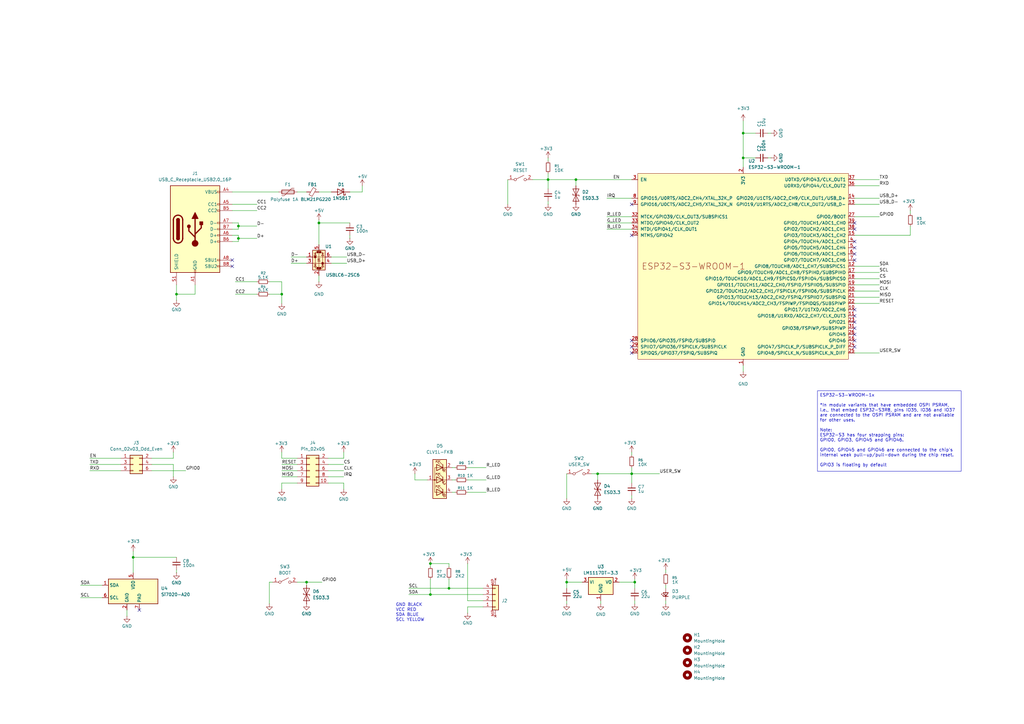
<source format=kicad_sch>
(kicad_sch (version 20250114) (generator "eeschema") (generator_version "9.0")
  (paper "A3")
  (title_block (title "ESP32-S3 Testboard") (date "2026-01-04") (rev "1.0") (company "Ashen Chathuranga"))
  (lib_symbols
    (symbol "Connector:USB_C_Receptacle_USB2.0_16P" (pin_names (offset 1.016))
      (property "Reference" "J" (at 0 22.225 0))
      (property "Value" "USB_C_Receptacle_USB2.0_16P" (at 0 19.685 0))
      (symbol "USB_C_Receptacle_USB2.0_16P_1_1"
        (pin passive line (at -7.62 -22.86 90) (length 5.08) (name "SHIELD") (number "S1"))
        (pin passive line (at 0 -22.86 90) (length 5.08) (name "GND") (number "A1"))
        (pin passive line (at 0 -22.86 90) (length 5.08) (hide yes) (name "GND") (number "A12"))
        (pin passive line (at 0 -22.86 90) (length 5.08) (hide yes) (name "GND") (number "B1"))
        (pin passive line (at 0 -22.86 90) (length 5.08) (hide yes) (name "GND") (number "B12"))
        (pin passive line (at 15.24 15.24 180) (length 5.08) (name "VBUS") (number "A4"))
        (pin passive line (at 15.24 15.24 180) (length 5.08) (hide yes) (name "VBUS") (number "A9"))
        (pin passive line (at 15.24 15.24 180) (length 5.08) (hide yes) (name "VBUS") (number "B4"))
        (pin passive line (at 15.24 15.24 180) (length 5.08) (hide yes) (name "VBUS") (number "B9"))
        (pin bidirectional line (at 15.24 10.16 180) (length 5.08) (name "CC1") (number "A5"))
        (pin bidirectional line (at 15.24 7.62 180) (length 5.08) (name "CC2") (number "B5"))
        (pin bidirectional line (at 15.24 2.54 180) (length 5.08) (name "D-") (number "A7"))
        (pin bidirectional line (at 15.24 0 180) (length 5.08) (name "D-") (number "B7"))
        (pin bidirectional line (at 15.24 -2.54 180) (length 5.08) (name "D+") (number "A6"))
        (pin bidirectional line (at 15.24 -5.08 180) (length 5.08) (name "D+") (number "B6"))
        (pin bidirectional line (at 15.24 -12.7 180) (length 5.08) (name "SBU1") (number "A8"))
        (pin bidirectional line (at 15.24 -15.24 180) (length 5.08) (name "SBU2") (number "B8"))
      )
    )
    (symbol "Connector_Generic:Conn_02x03_Odd_Even" (pin_names (offset 1.016) (hide yes))
      (property "Reference" "J" (at 1.27 5.08 0))
      (property "Value" "Conn_02x03_Odd_Even" (at 1.27 -5.08 0))
      (symbol "Conn_02x03_Odd_Even_1_1"
        (pin passive line (at -5.08 2.54 0) (length 3.81) (name "Pin_1") (number "1"))
        (pin passive line (at -5.08 0 0) (length 3.81) (name "Pin_3") (number "3"))
        (pin passive line (at -5.08 -2.54 0) (length 3.81) (name "Pin_5") (number "5"))
        (pin passive line (at 7.62 2.54 180) (length 3.81) (name "Pin_2") (number "2"))
        (pin passive line (at 7.62 0 180) (length 3.81) (name "Pin_4") (number "4"))
        (pin passive line (at 7.62 -2.54 180) (length 3.81) (name "Pin_6") (number "6"))
      )
    )
    (symbol "Connector_Generic:Conn_02x05_Odd_Even" (pin_names (offset 1.016) (hide yes))
      (property "Reference" "J" (at 1.27 7.62 0))
      (property "Value" "Conn_02x05_Odd_Even" (at 1.27 -7.62 0))
      (symbol "Conn_02x05_Odd_Even_1_1"
        (pin passive line (at -5.08 5.08 0) (length 3.81) (name "Pin_1") (number "1"))
        (pin passive line (at -5.08 2.54 0) (length 3.81) (name "Pin_3") (number "3"))
        (pin passive line (at -5.08 0 0) (length 3.81) (name "Pin_5") (number "5"))
        (pin passive line (at -5.08 -2.54 0) (length 3.81) (name "Pin_7") (number "7"))
        (pin passive line (at -5.08 -5.08 0) (length 3.81) (name "Pin_9") (number "9"))
        (pin passive line (at 7.62 5.08 180) (length 3.81) (name "Pin_2") (number "2"))
        (pin passive line (at 7.62 2.54 180) (length 3.81) (name "Pin_4") (number "4"))
        (pin passive line (at 7.62 0 180) (length 3.81) (name "Pin_6") (number "6"))
        (pin passive line (at 7.62 -2.54 180) (length 3.81) (name "Pin_8") (number "8"))
        (pin passive line (at 7.62 -5.08 180) (length 3.81) (name "Pin_10") (number "10"))
      )
    )
    (symbol "Device:C_Small" (pin_numbers (hide yes)) (pin_names (offset 0.254) (hide yes))
      (property "Reference" "C" (at 0.254 1.778 0))
      (property "Value" "C_Small" (at 0.254 -2.032 0))
      (symbol "C_Small_1_1"
        (pin passive line (at 0 2.54 270) (length 2.032) (name "~") (number "1"))
        (pin passive line (at 0 -2.54 90) (length 2.032) (name "~") (number "2"))
      )
    )
    (symbol "Device:FerriteBead_Small" (pin_numbers (hide yes)) (pin_names (offset 0))
      (property "Reference" "FB" (at 1.905 1.27 0))
      (property "Value" "FerriteBead_Small" (at 1.905 -1.27 0))
      (symbol "FerriteBead_Small_1_1"
        (pin passive line (at 0 2.54 270) (length 1.27) (name "~") (number "1"))
        (pin passive line (at 0 -2.54 90) (length 1.27) (name "~") (number "2"))
      )
    )
    (symbol "Device:LED_Small" (pin_numbers (hide yes)) (pin_names (offset 0.254) (hide yes))
      (property "Reference" "D" (at -1.27 3.175 0))
      (property "Value" "LED_Small" (at -4.445 -2.54 0))
      (symbol "LED_Small_1_1"
        (pin passive line (at -2.54 0 0) (length 1.778) (name "K") (number "1"))
        (pin passive line (at 2.54 0 180) (length 1.778) (name "A") (number "2"))
      )
    )
    (symbol "Device:Polyfuse" (pin_numbers (hide yes)) (pin_names (offset 0))
      (property "Reference" "F" (at -2.54 0 90))
      (property "Value" "Polyfuse" (at 2.54 0 90))
      (symbol "Polyfuse_1_1"
        (pin passive line (at 0 3.81 270) (length 1.27) (name "~") (number "1"))
        (pin passive line (at 0 -3.81 90) (length 1.27) (name "~") (number "2"))
      )
    )
    (symbol "Device:R_Small" (pin_numbers (hide yes)) (pin_names (offset 0.254) (hide yes))
      (property "Reference" "R" (at 0 0 90))
      (property "Value" "R_Small" (at 1.778 0 90))
      (symbol "R_Small_1_1"
        (pin passive line (at 0 2.54 270) (length 0.762) (name "~") (number "1"))
        (pin passive line (at 0 -2.54 90) (length 0.762) (name "~") (number "2"))
      )
    )
    (symbol "Diode:1N5817" (pin_numbers (hide yes)) (pin_names (offset 1.016) (hide yes))
      (property "Reference" "D" (at 0 2.54 0))
      (property "Value" "1N5817" (at 0 -2.54 0))
      (symbol "1N5817_1_1"
        (pin passive line (at -3.81 0 0) (length 2.54) (name "K") (number "1"))
        (pin passive line (at 3.81 0 180) (length 2.54) (name "A") (number "2"))
      )
    )
    (symbol "Diode:ESD9B3.3ST5G" (pin_numbers (hide yes)) (pin_names (offset 1.016) (hide yes))
      (property "Reference" "D" (at 0 2.54 0))
      (property "Value" "ESD9B3.3ST5G" (at 0 -2.54 0))
      (symbol "ESD9B3.3ST5G_1_1"
        (pin passive line (at -3.81 0 0) (length 2.54) (name "A1") (number "1"))
        (pin passive line (at 3.81 0 180) (length 2.54) (name "A2") (number "2"))
      )
    )
    (symbol "Mechanical:MountingHole" (pin_names (offset 1.016)) (in_bom no)
      (property "Reference" "H" (at 0 5.08 0))
      (property "Value" "MountingHole" (at 0 3.175 0))
    )
    (symbol "PCM_Espressif:ESP32-S3-WROOM-1" (pin_names (offset 1.016))
      (property "Reference" "U" (at -43.18 43.18 0))
      (property "Value" "ESP32-S3-WROOM-1" (at -43.18 40.64 0))
      (symbol "ESP32-S3-WROOM-1_0_0"
        (text "ESP32-S3-WROOM-1" (at -20.32 0 0) (effects (font (size 2.54 2.54))))
        (pin input line (at -45.72 35.56 0) (length 2.54) (name "EN") (number "3"))
        (pin bidirectional line (at -45.72 27.94 0) (length 2.54) (name "GPIO15/U0RTS/ADC2_CH4/XTAL_32K_P") (number "8"))
        (pin bidirectional line (at -45.72 25.4 0) (length 2.54) (name "GPIO16/U0CTS/ADC2_CH5/XTAL_32K_N") (number "9"))
        (pin bidirectional line (at -45.72 20.32 0) (length 2.54) (name "MTCK/GPIO39/CLK_OUT3/SUBSPICS1") (number "32"))
        (pin bidirectional line (at -45.72 17.78 0) (length 2.54) (name "MTDO/GPIO40/CLK_OUT2") (number "33"))
        (pin bidirectional line (at -45.72 15.24 0) (length 2.54) (name "MTDI/GPIO41/CLK_OUT1") (number "34"))
        (pin bidirectional line (at -45.72 12.7 0) (length 2.54) (name "MTMS/GPIO42") (number "35"))
        (pin bidirectional line (at -45.72 -30.48 0) (length 2.54) (name "SPIIO6/GPIO35/FSPID/SUBSPID") (number "28"))
        (pin bidirectional line (at -45.72 -33.02 0) (length 2.54) (name "SPIIO7/GPIO36/FSPICLK/SUBSPICLK") (number "29"))
        (pin bidirectional line (at -45.72 -35.56 0) (length 2.54) (name "SPIDQS/GPIO37/FSPIQ/SUBSPIQ") (number "30"))
        (pin power_in line (at 0 40.64 270) (length 2.54) (name "3V3") (number "2"))
        (pin power_in line (at 0 -40.64 90) (length 2.54) (name "GND") (number "1"))
        (pin passive line (at 0 -40.64 90) (length 2.54) (hide yes) (name "GND") (number "40"))
        (pin passive line (at 0 -40.64 90) (length 2.54) (hide yes) (name "GND") (number "41"))
        (pin bidirectional line (at 45.72 35.56 180) (length 2.54) (name "U0TXD/GPIO43/CLK_OUT1") (number "37"))
        (pin bidirectional line (at 45.72 33.02 180) (length 2.54) (name "U0RXD/GPIO44/CLK_OUT2") (number "36"))
        (pin bidirectional line (at 45.72 27.94 180) (length 2.54) (name "GPIO20/U1CTS/ADC2_CH9/CLK_OUT1/USB_D+") (number "14"))
        (pin bidirectional line (at 45.72 25.4 180) (length 2.54) (name "GPIO19/U1RTS/ADC2_CH8/CLK_OUT2/USB_D-") (number "13"))
        (pin bidirectional line (at 45.72 20.32 180) (length 2.54) (name "GPIO0/BOOT") (number "27"))
        (pin bidirectional line (at 45.72 17.78 180) (length 2.54) (name "GPIO1/TOUCH1/ADC1_CH0") (number "39"))
        (pin bidirectional line (at 45.72 15.24 180) (length 2.54) (name "GPIO2/TOUCH2/ADC1_CH1") (number "38"))
        (pin bidirectional line (at 45.72 12.7 180) (length 2.54) (name "GPIO3/TOUCH3/ADC1_CH2") (number "15"))
        (pin bidirectional line (at 45.72 10.16 180) (length 2.54) (name "GPIO4/TOUCH4/ADC1_CH3") (number "4"))
        (pin bidirectional line (at 45.72 7.62 180) (length 2.54) (name "GPIO5/TOUCH5/ADC1_CH4") (number "5"))
        (pin bidirectional line (at 45.72 5.08 180) (length 2.54) (name "GPIO6/TOUCH6/ADC1_CH5") (number "6"))
        (pin bidirectional line (at 45.72 2.54 180) (length 2.54) (name "GPIO7/TOUCH7/ADC1_CH6") (number "7"))
        (pin bidirectional line (at 45.72 0 180) (length 2.54) (name "GPIO8/TOUCH8/ADC1_CH7/SUBSPICS1") (number "12"))
        (pin bidirectional line (at 45.72 -2.54 180) (length 2.54) (name "GPIO9/TOUCH9/ADC1_CH8/FSPIHD/SUBSPIHD") (number "17"))
        (pin bidirectional line (at 45.72 -5.08 180) (length 2.54) (name "GPIO10/TOUCH10/ADC1_CH9/FSPICS0/FSPIIO4/SUBSPICS0") (number "18"))
        (pin bidirectional line (at 45.72 -7.62 180) (length 2.54) (name "GPIO11/TOUCH11/ADC2_CH0/FSPID/FSPIIO5/SUBSPID") (number "19"))
        (pin bidirectional line (at 45.72 -10.16 180) (length 2.54) (name "GPIO12/TOUCH12/ADC2_CH1/FSPICLK/FSPIIO6/SUBSPICLK") (number "20"))
        (pin bidirectional line (at 45.72 -12.7 180) (length 2.54) (name "GPIO13/TOUCH13/ADC2_CH2/FSPIQ/FSPIIO7/SUBSPIQ") (number "21"))
        (pin bidirectional line (at 45.72 -15.24 180) (length 2.54) (name "GPIO14/TOUCH14/ADC2_CH3/FSPIWP/FSPIDQS/SUBSPIWP") (number "22"))
        (pin bidirectional line (at 45.72 -17.78 180) (length 2.54) (name "GPIO17/U1TXD/ADC2_CH6") (number "10"))
        (pin bidirectional line (at 45.72 -20.32 180) (length 2.54) (name "GPIO18/U1RXD/ADC2_CH7/CLK_OUT3") (number "11"))
        (pin bidirectional line (at 45.72 -22.86 180) (length 2.54) (name "GPIO21") (number "23"))
        (pin bidirectional line (at 45.72 -25.4 180) (length 2.54) (name "GPIO38/FSPIWP/SUBSPIWP") (number "31"))
        (pin bidirectional line (at 45.72 -27.94 180) (length 2.54) (name "GPIO45") (number "26"))
        (pin bidirectional line (at 45.72 -30.48 180) (length 2.54) (name "GPIO46") (number "16"))
        (pin bidirectional line (at 45.72 -33.02 180) (length 2.54) (name "GPIO47/SPICLK_P/SUBSPICLK_P_DIFF") (number "24"))
        (pin bidirectional line (at 45.72 -35.56 180) (length 2.54) (name "GPIO48/SPICLK_N/SUBSPICLK_N_DIFF") (number "25"))
      )
    )
    (symbol "Power_Protection:USBLC6-2SC6" (pin_names (hide yes))
      (property "Reference" "U" (at 0.635 5.715 0))
      (property "Value" "USBLC6-2SC6" (at 0.635 3.81 0))
      (symbol "USBLC6-2SC6_1_1"
        (pin passive line (at -5.08 0 0) (length 2.54) (name "I/O1") (number "1"))
        (pin passive line (at -5.08 -2.54 0) (length 2.54) (name "I/O2") (number "3"))
        (pin passive line (at 0 5.08 270) (length 2.54) (name "VBUS") (number "5"))
        (pin passive line (at 0 -7.62 90) (length 2.54) (name "GND") (number "2"))
        (pin passive line (at 5.08 0 180) (length 2.54) (name "I/O1") (number "6"))
        (pin passive line (at 5.08 -2.54 180) (length 2.54) (name "I/O2") (number "4"))
      )
    )
    (symbol "Regulator_Linear:LM1117DT-3.3"
      (property "Reference" "U" (at -3.81 3.175 0))
      (property "Value" "LM1117DT-3.3" (at 0 3.175 0))
      (symbol "LM1117DT-3.3_1_1"
        (pin power_in line (at -7.62 0 0) (length 2.54) (name "VI") (number "3"))
        (pin power_in line (at 0 -7.62 90) (length 2.54) (name "GND") (number "1"))
        (pin power_out line (at 7.62 0 180) (length 2.54) (name "VO") (number "2"))
      )
    )
    (symbol "Switch:SW_SPST" (pin_names (offset 0) (hide yes))
      (property "Reference" "SW" (at 0 3.175 0))
      (property "Value" "SW_SPST" (at 0 -2.54 0))
      (symbol "SW_SPST_1_1"
        (pin passive line (at -5.08 0 0) (length 2.54) (name "A") (number "1"))
        (pin passive line (at 5.08 0 180) (length 2.54) (name "B") (number "2"))
      )
    )
    (symbol "oddibits:CLV1L-FKB" (pin_names (offset 0) (hide yes))
      (property "Reference" "D" (at 0 9.398 0))
      (property "Value" "CLV1L-FKB" (at 0 -8.89 0))
      (symbol "CLV1L-FKB_0_0"
        (text "R" (at -1.905 3.81 0) (effects (font (size 1.27 1.27))))
        (text "G" (at -1.905 -1.27 0) (effects (font (size 1.27 1.27))))
        (text "B" (at -1.905 -6.35 0) (effects (font (size 1.27 1.27))))
      )
      (symbol "CLV1L-FKB_1_1"
        (pin passive line (at -5.08 5.08 0) (length 2.54) (name "RK") (number "2"))
        (pin passive line (at -5.08 0 0) (length 2.54) (name "GK") (number "3"))
        (pin passive line (at -5.08 -5.08 0) (length 2.54) (name "BK") (number "4"))
        (pin passive line (at 5.08 0 180) (length 2.54) (name "A") (number "1"))
      )
    )
    (symbol "oddibits:JST_SH_SM04B-SRSS-TB_1x04-1MP_P1.00mm_Horizontal" (pin_names (offset 1.016) (hide yes))
      (property "Reference" "J" (at 0 7.112 0))
      (property "Value" "JST_SH_SM04B-SRSS-TB_1x04-1MP_P1.00mm_Horizontal" (at 0 -7.62 0))
      (symbol "JST_SH_SM04B-SRSS-TB_1x04-1MP_P1.00mm_Horizontal_1_1"
        (pin passive line (at -5.08 2.54 0) (length 3.81) (name "Pin_1") (number "1"))
        (pin passive line (at -5.08 0 0) (length 3.81) (name "Pin_2") (number "2"))
        (pin passive line (at -5.08 -2.54 0) (length 3.81) (name "Pin_3") (number "3"))
        (pin passive line (at -5.08 -5.08 0) (length 3.81) (name "Pin_4") (number "4"))
        (pin no_connect line (at 0 6.35 270) (length 2.54) (name "MP") (number "MP"))
        (pin no_connect line (at 0 -8.89 90) (length 2.54) (name "MP") (number "MP"))
      )
    )
    (symbol "oddibits:Si7020-A20"
      (property "Reference" "U" (at -5.08 7.62 0))
      (property "Value" "Si7020-A20" (at -10.16 10.16 0))
      (symbol "Si7020-A20_1_1"
        (pin bidirectional line (at -12.7 2.54 0) (length 2.54) (name "SDA") (number "1"))
        (pin input line (at -12.7 -2.54 0) (length 2.54) (name "SCL") (number "6"))
        (pin power_in line (at -2.54 -7.62 90) (length 2.54) (name "GND") (number "2"))
        (pin power_in line (at 0 7.62 270) (length 2.54) (name "VDD") (number "5"))
        (pin passive line (at 2.54 -7.62 90) (length 2.54) (name "PAD") (number "7"))
        (pin no_connect line (at 10.16 2.54 180) (length 2.54) (hide yes) (name "NC") (number "3"))
        (pin no_connect line (at 10.16 -2.54 180) (length 2.54) (hide yes) (name "NC") (number "4"))
      )
    )
    (symbol "power:+3V3" (power) (pin_numbers (hide yes)) (pin_names (offset 0) (hide yes))
      (property "Value" "+3V3" (at 0 3.556 0))
      (symbol "+3V3_1_1"
        (pin power_in line (at 0 0 90) (length 0) (name "~") (number "1"))
      )
    )
    (symbol "power:+5V" (power) (pin_numbers (hide yes)) (pin_names (offset 0) (hide yes))
      (property "Value" "+5V" (at 0 3.556 0))
      (symbol "+5V_1_1"
        (pin power_in line (at 0 0 90) (length 0) (name "~") (number "1"))
      )
    )
    (symbol "power:GND" (power) (pin_numbers (hide yes)) (pin_names (offset 0) (hide yes))
      (property "Value" "GND" (at 0 -3.81 0))
      (symbol "GND_1_1"
        (pin power_in line (at 0 0 270) (length 0) (name "~") (number "1"))
      )
    )
  )
  (text "GND BLACK\nVCC RED\nSDA BLUE\nSCL YELLOW" (at 162.306 251.206 0) (effects (font (size 1.27 1.27)) (justify left)))
  (text_box "ESP32-S3-WROOM-1x\n\n*In module variants that have embedded OSPI PSRAM, i.e., that embed ESP32-S3R8, pins IO35, IO36 and IO37 are connected to the OSPI PSRAM and are not available for other uses.\n\nNote:\nESP32-S3 has four strapping pins:\nGPIO0, GPIO3, GPIO45 and GPIO46.\n\nGPIO0, GPIO45 and GPIO46 are connected to the chip's internal weak pull-up/pull-down during the chip reset.\n\nGPIO3 is floating by default" (at 335.28 160.274 0) (size 58.928 33.02) (margins 0.9525 0.9525 0.9525 0.9525) (effects (font (size 1.27 1.27)) (justify left top)))
  (junction (at 232.41 238.76))
  (junction (at 304.8 54.61))
  (junction (at 259.08 194.31))
  (junction (at 97.79 97.79))
  (junction (at 236.22 73.66))
  (junction (at 245.11 194.31))
  (junction (at 125.73 238.76))
  (junction (at 304.8 64.77))
  (junction (at 54.61 228.6))
  (junction (at 176.53 243.84))
  (junction (at 97.79 92.71))
  (junction (at 260.35 238.76))
  (junction (at 176.53 231.14))
  (junction (at 115.57 120.65))
  (junction (at 72.39 120.65))
  (junction (at 184.15 241.3))
  (junction (at 224.79 73.66))
  (junction (at 130.81 91.44))
  (no_connect (at 350.52 127))
  (no_connect (at 259.08 142.24))
  (no_connect (at 350.52 93.98))
  (no_connect (at 57.15 250.19))
  (no_connect (at 350.52 137.16))
  (no_connect (at 259.08 139.7))
  (no_connect (at 350.52 91.44))
  (no_connect (at 95.25 109.22))
  (no_connect (at 350.52 129.54))
  (no_connect (at 95.25 106.68))
  (no_connect (at 259.08 144.78))
  (no_connect (at 350.52 106.68))
  (no_connect (at 259.08 83.82))
  (no_connect (at 350.52 142.24))
  (no_connect (at 259.08 96.52))
  (no_connect (at 350.52 99.06))
  (no_connect (at 350.52 101.6))
  (no_connect (at 350.52 104.14))
  (no_connect (at 350.52 134.62))
  (no_connect (at 350.52 132.08))
  (no_connect (at 350.52 139.7))
  (wire (pts (xy 110.49 115.57) (xy 115.57 115.57)))
  (wire (pts (xy 350.52 73.66) (xy 360.68 73.66)))
  (wire (pts (xy 95.25 78.74) (xy 114.3 78.74)))
  (wire (pts (xy 248.92 93.98) (xy 259.08 93.98)))
  (wire (pts (xy 232.41 238.76) (xy 238.76 238.76)))
  (wire (pts (xy 62.23 187.96) (xy 71.12 187.96)))
  (wire (pts (xy 191.77 248.92) (xy 198.12 248.92)))
  (wire (pts (xy 36.83 187.96) (xy 49.53 187.96)))
  (wire (pts (xy 350.52 76.2) (xy 360.68 76.2)))
  (wire (pts (xy 143.51 96.52) (xy 143.51 97.79)))
  (wire (pts (xy 148.59 78.74) (xy 148.59 76.2)))
  (wire (pts (xy 97.79 97.79) (xy 97.79 96.52)))
  (wire (pts (xy 115.57 120.65) (xy 115.57 124.46)))
  (wire (pts (xy 115.57 198.12) (xy 115.57 200.66)))
  (wire (pts (xy 191.77 248.92) (xy 191.77 251.46)))
  (wire (pts (xy 248.92 91.44) (xy 259.08 91.44)))
  (wire (pts (xy 176.53 231.14) (xy 176.53 232.41)))
  (wire (pts (xy 95.25 93.98) (xy 97.79 93.98)))
  (wire (pts (xy 242.57 194.31) (xy 245.11 194.31)))
  (wire (pts (xy 232.41 194.31) (xy 232.41 204.47)))
  (wire (pts (xy 110.49 238.76) (xy 111.76 238.76)))
  (wire (pts (xy 314.96 64.77) (xy 316.23 64.77)))
  (wire (pts (xy 184.15 231.14) (xy 184.15 232.41)))
  (wire (pts (xy 260.35 237.49) (xy 260.35 238.76)))
  (wire (pts (xy 259.08 191.77) (xy 259.08 194.31)))
  (wire (pts (xy 167.64 243.84) (xy 176.53 243.84)))
  (wire (pts (xy 95.25 86.36) (xy 105.41 86.36)))
  (wire (pts (xy 170.18 196.85) (xy 170.18 194.31)))
  (wire (pts (xy 110.49 247.65) (xy 110.49 238.76)))
  (wire (pts (xy 245.11 194.31) (xy 245.11 196.85)))
  (wire (pts (xy 350.52 119.38) (xy 360.68 119.38)))
  (wire (pts (xy 184.15 241.3) (xy 198.12 241.3)))
  (wire (pts (xy 224.79 64.77) (xy 224.79 66.04)))
  (wire (pts (xy 224.79 71.12) (xy 224.79 73.66)))
  (wire (pts (xy 304.8 54.61) (xy 304.8 64.77)))
  (wire (pts (xy 236.22 73.66) (xy 259.08 73.66)))
  (wire (pts (xy 95.25 91.44) (xy 97.79 91.44)))
  (wire (pts (xy 191.77 196.85) (xy 199.39 196.85)))
  (wire (pts (xy 130.81 91.44) (xy 143.51 91.44)))
  (wire (pts (xy 33.02 240.03) (xy 41.91 240.03)))
  (wire (pts (xy 232.41 246.38) (xy 232.41 247.65)))
  (wire (pts (xy 115.57 115.57) (xy 115.57 120.65)))
  (wire (pts (xy 208.28 73.66) (xy 208.28 83.82)))
  (wire (pts (xy 191.77 201.93) (xy 199.39 201.93)))
  (wire (pts (xy 191.77 246.38) (xy 198.12 246.38)))
  (wire (pts (xy 350.52 88.9) (xy 360.68 88.9)))
  (wire (pts (xy 130.81 90.17) (xy 130.81 91.44)))
  (wire (pts (xy 72.39 116.84) (xy 72.39 120.65)))
  (wire (pts (xy 119.38 107.95) (xy 125.73 107.95)))
  (wire (pts (xy 259.08 194.31) (xy 259.08 198.12)))
  (wire (pts (xy 125.73 238.76) (xy 132.08 238.76)))
  (wire (pts (xy 185.42 191.77) (xy 186.69 191.77)))
  (wire (pts (xy 236.22 73.66) (xy 236.22 76.2)))
  (wire (pts (xy 350.52 114.3) (xy 360.68 114.3)))
  (wire (pts (xy 71.12 187.96) (xy 71.12 185.42)))
  (wire (pts (xy 115.57 195.58) (xy 121.92 195.58)))
  (wire (pts (xy 143.51 78.74) (xy 148.59 78.74)))
  (wire (pts (xy 33.02 245.11) (xy 41.91 245.11)))
  (wire (pts (xy 105.41 120.65) (xy 96.52 120.65)))
  (wire (pts (xy 72.39 120.65) (xy 72.39 123.19)))
  (wire (pts (xy 95.25 99.06) (xy 97.79 99.06)))
  (wire (pts (xy 134.62 190.5) (xy 140.97 190.5)))
  (wire (pts (xy 97.79 97.79) (xy 105.41 97.79)))
  (wire (pts (xy 304.8 64.77) (xy 304.8 68.58)))
  (wire (pts (xy 260.35 246.38) (xy 260.35 247.65)))
  (wire (pts (xy 134.62 198.12) (xy 140.97 198.12)))
  (wire (pts (xy 350.52 96.52) (xy 373.38 96.52)))
  (wire (pts (xy 62.23 193.04) (xy 76.2 193.04)))
  (wire (pts (xy 71.12 190.5) (xy 71.12 195.58)))
  (wire (pts (xy 95.25 83.82) (xy 105.41 83.82)))
  (wire (pts (xy 130.81 113.03) (xy 130.81 115.57)))
  (wire (pts (xy 185.42 201.93) (xy 186.69 201.93)))
  (wire (pts (xy 134.62 195.58) (xy 140.97 195.58)))
  (wire (pts (xy 176.53 243.84) (xy 198.12 243.84)))
  (wire (pts (xy 105.41 115.57) (xy 96.52 115.57)))
  (wire (pts (xy 167.64 241.3) (xy 184.15 241.3)))
  (wire (pts (xy 121.92 78.74) (xy 125.73 78.74)))
  (wire (pts (xy 115.57 193.04) (xy 121.92 193.04)))
  (wire (pts (xy 191.77 191.77) (xy 199.39 191.77)))
  (wire (pts (xy 97.79 99.06) (xy 97.79 97.79)))
  (wire (pts (xy 130.81 78.74) (xy 135.89 78.74)))
  (wire (pts (xy 80.01 120.65) (xy 72.39 120.65)))
  (wire (pts (xy 260.35 238.76) (xy 260.35 241.3)))
  (wire (pts (xy 176.53 231.14) (xy 184.15 231.14)))
  (wire (pts (xy 140.97 187.96) (xy 140.97 185.42)))
  (wire (pts (xy 304.8 149.86) (xy 304.8 152.4)))
  (wire (pts (xy 135.89 107.95) (xy 142.24 107.95)))
  (wire (pts (xy 224.79 73.66) (xy 224.79 77.47)))
  (wire (pts (xy 314.96 54.61) (xy 316.23 54.61)))
  (wire (pts (xy 97.79 96.52) (xy 95.25 96.52)))
  (wire (pts (xy 248.92 81.28) (xy 259.08 81.28)))
  (wire (pts (xy 119.38 105.41) (xy 125.73 105.41)))
  (wire (pts (xy 254 238.76) (xy 260.35 238.76)))
  (wire (pts (xy 110.49 120.65) (xy 115.57 120.65)))
  (wire (pts (xy 62.23 190.5) (xy 71.12 190.5)))
  (wire (pts (xy 245.11 194.31) (xy 259.08 194.31)))
  (wire (pts (xy 350.52 116.84) (xy 360.68 116.84)))
  (wire (pts (xy 36.83 190.5) (xy 49.53 190.5)))
  (wire (pts (xy 54.61 226.06) (xy 54.61 228.6)))
  (wire (pts (xy 176.53 237.49) (xy 176.53 243.84)))
  (wire (pts (xy 224.79 82.55) (xy 224.79 83.82)))
  (wire (pts (xy 273.05 240.03) (xy 273.05 241.3)))
  (wire (pts (xy 115.57 187.96) (xy 121.92 187.96)))
  (wire (pts (xy 135.89 105.41) (xy 142.24 105.41)))
  (wire (pts (xy 273.05 233.68) (xy 273.05 234.95)))
  (wire (pts (xy 373.38 92.71) (xy 373.38 96.52)))
  (wire (pts (xy 224.79 73.66) (xy 236.22 73.66)))
  (wire (pts (xy 97.79 92.71) (xy 97.79 91.44)))
  (wire (pts (xy 134.62 187.96) (xy 140.97 187.96)))
  (wire (pts (xy 115.57 185.42) (xy 115.57 187.96)))
  (wire (pts (xy 80.01 116.84) (xy 80.01 120.65)))
  (wire (pts (xy 248.92 88.9) (xy 259.08 88.9)))
  (wire (pts (xy 350.52 144.78) (xy 360.68 144.78)))
  (wire (pts (xy 121.92 198.12) (xy 115.57 198.12)))
  (wire (pts (xy 184.15 237.49) (xy 184.15 241.3)))
  (wire (pts (xy 246.38 246.38) (xy 246.38 247.65)))
  (wire (pts (xy 259.08 194.31) (xy 270.51 194.31)))
  (wire (pts (xy 259.08 203.2) (xy 259.08 204.47)))
  (wire (pts (xy 36.83 193.04) (xy 49.53 193.04)))
  (wire (pts (xy 185.42 196.85) (xy 186.69 196.85)))
  (wire (pts (xy 350.52 109.22) (xy 360.68 109.22)))
  (wire (pts (xy 373.38 86.36) (xy 373.38 87.63)))
  (wire (pts (xy 350.52 124.46) (xy 360.68 124.46)))
  (wire (pts (xy 140.97 198.12) (xy 140.97 200.66)))
  (wire (pts (xy 130.81 91.44) (xy 130.81 100.33)))
  (wire (pts (xy 273.05 246.38) (xy 273.05 247.65)))
  (wire (pts (xy 54.61 228.6) (xy 54.61 234.95)))
  (wire (pts (xy 304.8 49.53) (xy 304.8 54.61)))
  (wire (pts (xy 259.08 185.42) (xy 259.08 186.69)))
  (wire (pts (xy 134.62 193.04) (xy 140.97 193.04)))
  (wire (pts (xy 54.61 228.6) (xy 72.39 228.6)))
  (wire (pts (xy 304.8 64.77) (xy 309.88 64.77)))
  (wire (pts (xy 97.79 92.71) (xy 105.41 92.71)))
  (wire (pts (xy 232.41 238.76) (xy 232.41 241.3)))
  (wire (pts (xy 115.57 190.5) (xy 121.92 190.5)))
  (wire (pts (xy 350.52 121.92) (xy 360.68 121.92)))
  (wire (pts (xy 350.52 111.76) (xy 360.68 111.76)))
  (wire (pts (xy 191.77 246.38) (xy 191.77 231.14)))
  (wire (pts (xy 175.26 196.85) (xy 170.18 196.85)))
  (wire (pts (xy 97.79 93.98) (xy 97.79 92.71)))
  (wire (pts (xy 232.41 237.49) (xy 232.41 238.76)))
  (wire (pts (xy 350.52 81.28) (xy 360.68 81.28)))
  (wire (pts (xy 218.44 73.66) (xy 224.79 73.66)))
  (wire (pts (xy 52.07 250.19) (xy 52.07 252.73)))
  (wire (pts (xy 304.8 54.61) (xy 309.88 54.61)))
  (wire (pts (xy 350.52 83.82) (xy 360.68 83.82)))
  (wire (pts (xy 121.92 238.76) (xy 125.73 238.76)))
  (wire (pts (xy 125.73 240.03) (xy 125.73 238.76)))
  (wire (pts (xy 72.39 233.68) (xy 72.39 234.95)))
  (label "RESET" (at 360.68 124.46 0))
  (label "USB_D-" (at 142.24 105.41 0))
  (label "MOSI" (at 360.68 116.84 0))
  (label "SCL" (at 360.68 111.76 0))
  (label "USB_D+" (at 360.68 81.28 0))
  (label "SDA" (at 167.64 243.84 0))
  (label "TXD" (at 360.68 73.66 0))
  (label "G_LED" (at 199.39 196.85 0))
  (label "R_LED" (at 248.92 88.9 0))
  (label "D-" (at 119.38 105.41 0))
  (label "SCL" (at 33.02 245.11 0))
  (label "IRQ" (at 140.97 195.58 0))
  (label "USB_D-" (at 360.68 83.82 0))
  (label "TXD" (at 36.83 190.5 0))
  (label "D-" (at 105.41 92.71 0))
  (label "SDA" (at 33.02 240.03 0))
  (label "CC1" (at 96.52 115.57 0))
  (label "CLK" (at 140.97 193.04 0))
  (label "SCL" (at 167.64 241.3 0))
  (label "D+" (at 119.38 107.95 0))
  (label "GPIO0" (at 76.2 193.04 0))
  (label "USER_SW" (at 270.51 194.31 0))
  (label "CC2" (at 96.52 120.65 0))
  (label "IRQ" (at 248.92 81.28 0))
  (label "CLK" (at 360.68 119.38 0))
  (label "D+" (at 105.41 97.79 0))
  (label "CC1" (at 105.41 83.82 0))
  (label "EN" (at 251.46 73.66 0))
  (label "RXD" (at 36.83 193.04 0))
  (label "CS" (at 360.68 114.3 0))
  (label "G_LED" (at 248.92 91.44 0))
  (label "CS" (at 140.97 190.5 0))
  (label "R_LED" (at 199.39 191.77 0))
  (label "USB_D+" (at 142.24 107.95 0))
  (label "B_LED" (at 199.39 201.93 0))
  (label "GPIO0" (at 132.08 238.76 0))
  (label "MISO" (at 115.57 195.58 0))
  (label "SDA" (at 360.68 109.22 0))
  (label "MISO" (at 360.68 121.92 0))
  (label "RESET" (at 115.57 190.5 0))
  (label "GPIO0" (at 360.68 88.9 0))
  (label "EN" (at 36.83 187.96 0))
  (label "MOSI" (at 115.57 193.04 0))
  (label "USER_SW" (at 360.68 144.78 0))
  (label "B_LED" (at 248.92 93.98 0))
  (label "RXD" (at 360.68 76.2 0))
  (label "CC2" (at 105.41 86.36 0))
  (symbol (lib_id "power:GND") (at 236.22 83.82 0) (unit 1)
    (property "Reference" "#PWR010" (effects (hide yes)))
    (property "Value" "GND" (at 236.22 87.884 0))
    (property "Description" "Power symbol creates a global label with name \"GND\" , ground" (effects (hide yes)))
  )
  (symbol (lib_id "power:GND") (at 260.35 247.65 0) (unit 1)
    (property "Reference" "#PWR020" (effects (hide yes)))
    (property "Value" "GND" (at 260.35 251.714 0))
    (property "Description" "Power symbol creates a global label with name \"GND\" , ground" (effects (hide yes)))
  )
  (symbol (lib_id "Device:R_Small") (at 373.38 90.17 0) (unit 1)
    (property "Reference" "R3" (at 375.92 89.662 0) (effects (font (size 1.016 1.016)) (justify left)))
    (property "Value" "10K" (at 375.92 91.4399 0) (effects (justify left)))
    (property "Footprint" "Resistor_SMD:R_0402_1005Metric" (effects (hide yes)))
    (property "Description" "Resistor, small symbol" (effects (hide yes)))
  )
  (symbol (lib_id "Device:R_Small") (at 224.79 68.58 0) (unit 1)
    (property "Reference" "R1" (at 227.33 68.072 0) (effects (font (size 1.016 1.016)) (justify left)))
    (property "Value" "10K" (at 227.33 69.8499 0) (effects (justify left)))
    (property "Footprint" "Resistor_SMD:R_0402_1005Metric" (effects (hide yes)))
    (property "Description" "Resistor, small symbol" (effects (hide yes)))
  )
  (symbol (lib_id "Device:C_Small") (at 312.42 64.77 90) (unit 1)
    (property "Reference" "C2" (at 311.404 62.23 0) (effects (justify left)))
    (property "Value" "100n" (at 313.182 62.23 0) (effects (justify left)))
    (property "Footprint" "Capacitor_SMD:C_0402_1005Metric" (effects (hide yes)))
    (property "Description" "Unpolarized capacitor, small symbol" (effects (hide yes)))
  )
  (symbol (lib_id "power:GND") (at 273.05 247.65 0) (unit 1)
    (property "Reference" "#PWR021" (effects (hide yes)))
    (property "Value" "GND" (at 273.05 251.714 0))
    (property "Description" "Power symbol creates a global label with name \"GND\" , ground" (effects (hide yes)))
  )
  (symbol (lib_id "power:+3V3") (at 71.12 185.42 0) (unit 1)
    (property "Reference" "#PWR030" (effects (hide yes)))
    (property "Value" "+3V3" (at 70.866 181.864 0))
    (property "Description" "Power symbol creates a global label with name \"+3V3\"" (effects (hide yes)))
  )
  (symbol (lib_id "power:GND") (at 72.39 234.95 0) (unit 1)
    (property "Reference" "#PWR034" (effects (hide yes)))
    (property "Value" "GND" (at 72.39 239.014 0))
    (property "Description" "Power symbol creates a global label with name \"GND\" , ground" (effects (hide yes)))
  )
  (symbol (lib_id "power:GND") (at 115.57 200.66 0) (unit 1)
    (property "Reference" "#PWR039" (effects (hide yes)))
    (property "Value" "GND" (at 115.57 204.724 0))
    (property "Description" "Power symbol creates a global label with name \"GND\" , ground" (effects (hide yes)))
  )
  (symbol (lib_id "Power_Protection:USBLC6-2SC6") (at 130.81 105.41 0) (unit 1)
    (property "Reference" "U1" (at 133.35 101.092 0) (effects (justify left)))
    (property "Value" "USBLC6-2SC6" (at 133.604 112.776 0) (effects (justify left)))
    (property "Footprint" "Package_TO_SOT_SMD:SOT-23-6" (effects (hide yes)))
    (property "Datasheet" "https://www.st.com/resource/en/datasheet/usblc6-2.pdf" (effects (hide yes)))
    (property "Description" "Very low capacitance ESD protection diode, 2 data-line, SOT-23-6" (effects (hide yes)))
  )
  (symbol (lib_id "Device:R_Small") (at 273.05 237.49 0) (unit 1)
    (property "Reference" "R5" (at 275.59 236.982 0) (effects (font (size 1.016 1.016)) (justify left)))
    (property "Value" "1K" (at 275.59 238.7599 0) (effects (justify left)))
    (property "Footprint" "Resistor_SMD:R_0402_1005Metric" (effects (hide yes)))
    (property "Description" "Resistor, small symbol" (effects (hide yes)))
  )
  (symbol (lib_id "Device:R_Small") (at 107.95 120.65 90) (unit 1)
    (property "Reference" "R4" (at 107.95 117.602 90) (effects (font (size 1.016 1.016))))
    (property "Value" "5.1K" (at 107.95 118.872 90))
    (property "Footprint" "Resistor_SMD:R_0402_1005Metric" (effects (hide yes)))
    (property "Description" "Resistor, small symbol" (effects (hide yes)))
  )
  (symbol (lib_id "Device:R_Small") (at 189.23 191.77 90) (unit 1)
    (property "Reference" "R9" (at 189.23 189.992 90) (effects (font (size 1.016 1.016))))
    (property "Value" "1K" (at 193.04 189.738 90))
    (property "Footprint" "Resistor_SMD:R_0402_1005Metric" (effects (hide yes)))
    (property "Description" "Resistor, small symbol" (effects (hide yes)))
  )
  (symbol (lib_id "power:+5V") (at 130.81 90.17 0) (unit 1)
    (property "Reference" "#PWR04" (effects (hide yes)))
    (property "Value" "+5V" (at 130.81 86.36 0))
    (property "Description" "Power symbol creates a global label with name \"+5V\"" (effects (hide yes)))
  )
  (symbol (lib_id "power:GND") (at 125.73 247.65 0) (unit 1)
    (property "Reference" "#PWR038" (effects (hide yes)))
    (property "Value" "GND" (at 125.73 251.714 0))
    (property "Description" "Power symbol creates a global label with name \"GND\" , ground" (effects (hide yes)))
  )
  (symbol (lib_id "power:GND") (at 259.08 204.47 0) (unit 1)
    (property "Reference" "#PWR028" (effects (hide yes)))
    (property "Value" "GND" (at 259.08 208.534 0))
    (property "Description" "Power symbol creates a global label with name \"GND\" , ground" (effects (hide yes)))
  )
  (symbol (lib_id "power:+3V3") (at 54.61 226.06 0) (unit 1)
    (property "Reference" "#PWR033" (effects (hide yes)))
    (property "Value" "+3V3" (at 54.61 221.996 0))
    (property "Description" "Power symbol creates a global label with name \"+3V3\"" (effects (hide yes)))
  )
  (symbol (lib_id "Device:R_Small") (at 184.15 234.95 0) (unit 1)
    (property "Reference" "R8" (at 186.69 234.442 0) (effects (font (size 1.016 1.016)) (justify left)))
    (property "Value" "2K2" (at 186.69 236.2199 0) (effects (justify left)))
    (property "Footprint" "Resistor_SMD:R_0402_1005Metric" (effects (hide yes)))
    (property "Description" "Resistor, small symbol" (effects (hide yes)))
  )
  (symbol (lib_id "power:+3V3") (at 259.08 185.42 0) (unit 1)
    (property "Reference" "#PWR022" (effects (hide yes)))
    (property "Value" "+3V3" (at 258.318 181.61 0))
    (property "Description" "Power symbol creates a global label with name \"+3V3\"" (effects (hide yes)))
  )
  (symbol (lib_id "power:+3V3") (at 115.57 185.42 0) (unit 1)
    (property "Reference" "#PWR035" (effects (hide yes)))
    (property "Value" "+3V3" (at 115.316 181.864 0))
    (property "Description" "Power symbol creates a global label with name \"+3V3\"" (effects (hide yes)))
  )
  (symbol (lib_id "Mechanical:MountingHole") (at 281.94 266.7 0) (unit 1) (in_bom no)
    (property "Reference" "H2" (at 284.48 265.4299 0) (effects (justify left)))
    (property "Value" "MountingHole" (at 284.48 267.9699 0) (effects (justify left)))
    (property "Footprint" "MountingHole:MountingHole_3.2mm_M3" (effects (hide yes)))
    (property "Description" "Mounting Hole without connection" (effects (hide yes)))
  )
  (symbol (lib_id "power:GND") (at 110.49 247.65 0) (unit 1)
    (property "Reference" "#PWR037" (effects (hide yes)))
    (property "Value" "GND" (at 110.49 251.714 0))
    (property "Description" "Power symbol creates a global label with name \"GND\" , ground" (effects (hide yes)))
  )
  (symbol (lib_id "power:+3V3") (at 140.97 185.42 0) (unit 1)
    (property "Reference" "#PWR036" (effects (hide yes)))
    (property "Value" "+3V3" (at 140.716 181.864 0))
    (property "Description" "Power symbol creates a global label with name \"+3V3\"" (effects (hide yes)))
  )
  (symbol (lib_id "power:GND") (at 52.07 252.73 0) (unit 1)
    (property "Reference" "#PWR041" (effects (hide yes)))
    (property "Value" "GND" (at 52.07 256.794 0))
    (property "Description" "Power symbol creates a global label with name \"GND\" , ground" (effects (hide yes)))
  )
  (symbol (lib_id "Connector_Generic:Conn_02x03_Odd_Even") (at 54.61 190.5 0) (unit 1)
    (property "Reference" "J3" (at 55.88 181.61 0))
    (property "Value" "Conn_02x03_Odd_Even" (at 55.88 184.15 0))
    (property "Footprint" "Connector_PinHeader_2.54mm:PinHeader_2x03_P2.54mm_Vertical" (effects (hide yes)))
    (property "Description" "Generic connector, double row, 02x03, odd/even pin numbering scheme (row 1 odd numbers, row 2 even numbers), script generated (kicad-library-utils/schlib/autogen/connector/)" (effects (hide yes)))
  )
  (symbol (lib_id "oddibits:CLV1L-FKB") (at 180.34 196.85 0) (mirror y) (unit 1)
    (property "Reference" "D5" (at 180.34 182.88 0))
    (property "Value" "CLV1L-FKB" (at 180.34 185.42 0))
    (property "Footprint" "oddibits:LED_Cree-PLCC4_3.2x2.8mm_CCW" (effects (hide yes)))
    (property "Datasheet" "http://www.cree.com/led-components/media/documents/CLV1L-FKB-1238.pdf" (effects (hide yes)))
    (property "Description" "Cree PLCC4 3 in 1 SMD LED" (effects (hide yes)))
  )
  (symbol (lib_id "Device:C_Small") (at 143.51 93.98 0) (unit 1)
    (property "Reference" "C3" (at 146.05 92.964 0) (effects (justify left)))
    (property "Value" "100n" (at 146.05 94.742 0) (effects (justify left)))
    (property "Footprint" "Capacitor_SMD:C_0402_1005Metric" (effects (hide yes)))
    (property "Description" "Unpolarized capacitor, small symbol" (effects (hide yes)))
  )
  (symbol (lib_id "power:GND") (at 130.81 115.57 0) (unit 1)
    (property "Reference" "#PWR012" (effects (hide yes)))
    (property "Value" "GND" (at 130.81 120.65 0))
    (property "Description" "Power symbol creates a global label with name \"GND\" , ground" (effects (hide yes)))
  )
  (symbol (lib_id "power:GND") (at 72.39 123.19 0) (unit 1)
    (property "Reference" "#PWR013" (effects (hide yes)))
    (property "Value" "GND" (at 72.39 127 0))
    (property "Description" "Power symbol creates a global label with name \"GND\" , ground" (effects (hide yes)))
  )
  (symbol (lib_id "Mechanical:MountingHole") (at 281.94 271.78 0) (unit 1) (in_bom no)
    (property "Reference" "H3" (at 284.48 270.5099 0) (effects (justify left)))
    (property "Value" "MountingHole" (at 284.48 273.0499 0) (effects (justify left)))
    (property "Footprint" "MountingHole:MountingHole_3.2mm_M3" (effects (hide yes)))
    (property "Description" "Mounting Hole without connection" (effects (hide yes)))
  )
  (symbol (lib_id "oddibits:Si7020-A20") (at 54.61 242.57 0) (unit 1)
    (property "Reference" "U4" (at 66.04 241.2999 0) (effects (justify left)))
    (property "Value" "Si7020-A20" (at 66.04 243.8399 0) (effects (justify left)))
    (property "Footprint" "oddibits:DFN-6-1EP_3x3mm_P1mm_EP1.5x2.4mm" (effects (hide yes)))
    (property "Datasheet" "https://www.silabs.com/documents/public/data-sheets/Si7020-A20.pdf" (effects (hide yes)))
    (property "Description" "I2C Humidity and Temperature Sensor, DFN-6" (effects (hide yes)))
  )
  (symbol (lib_id "oddibits:JST_SH_SM04B-SRSS-TB_1x04-1MP_P1.00mm_Horizontal") (at 203.2 246.38 0) (mirror x) (unit 1)
    (property "Reference" "J2" (at 205.74 246.3801 0) (effects (justify left)))
    (property "Value" "JST_SH_SM04B-SRSS-TB_1x04-1MP_P1.00mm_Horizontal" (effects (hide yes)))
    (property "Footprint" "oddibits:JST_SH_SM04B-SRSS-TB_1x04-1MP_P1.00mm_Horizontal" (effects (hide yes)))
    (property "Description" "Generic connector, single row, 01x04" (effects (hide yes)))
  )
  (symbol (lib_id "power:+3V3") (at 191.77 231.14 0) (unit 1)
    (property "Reference" "#PWR024" (effects (hide yes)))
    (property "Value" "+3V3" (at 191.008 227.33 0))
    (property "Description" "Power symbol creates a global label with name \"+3V3\"" (effects (hide yes)))
  )
  (symbol (lib_id "Diode:1N5817") (at 139.7 78.74 180) (unit 1)
    (property "Reference" "D1" (at 139.954 75.692 0))
    (property "Value" "1N5817" (at 140.208 81.28 0))
    (property "Footprint" "Diode_SMD:D_SOD-123" (effects (hide yes)))
    (property "Datasheet" "http://www.vishay.com/docs/88525/1n5817.pdf" (effects (hide yes)))
    (property "Description" "20V 1A Schottky Barrier Rectifier Diode, DO-41" (effects (hide yes)))
  )
  (symbol (lib_id "power:+3V3") (at 224.79 64.77 0) (unit 1)
    (property "Reference" "#PWR05" (effects (hide yes)))
    (property "Value" "+3V3" (at 224.028 60.96 0))
    (property "Description" "Power symbol creates a global label with name \"+3V3\"" (effects (hide yes)))
  )
  (symbol (lib_id "Device:C_Small") (at 72.39 231.14 0) (unit 1)
    (property "Reference" "C8" (at 74.93 230.124 0) (effects (justify left)))
    (property "Value" "100n" (at 74.93 231.902 0) (effects (justify left)))
    (property "Footprint" "Capacitor_SMD:C_0402_1005Metric" (effects (hide yes)))
    (property "Description" "Unpolarized capacitor, small symbol" (effects (hide yes)))
  )
  (symbol (lib_id "power:GND") (at 304.8 152.4 0) (unit 1)
    (property "Reference" "#PWR025" (effects (hide yes)))
    (property "Value" "GND" (at 304.8 157.48 0))
    (property "Description" "Power symbol creates a global label with name \"GND\" , ground" (effects (hide yes)))
  )
  (symbol (lib_id "power:GND") (at 115.57 124.46 0) (unit 1)
    (property "Reference" "#PWR014" (effects (hide yes)))
    (property "Value" "GND" (at 115.57 128.778 0))
    (property "Description" "Power symbol creates a global label with name \"GND\" , ground" (effects (hide yes)))
  )
  (symbol (lib_id "power:GND") (at 246.38 247.65 0) (unit 1)
    (property "Reference" "#PWR019" (effects (hide yes)))
    (property "Value" "GND" (at 246.38 251.968 0))
    (property "Description" "Power symbol creates a global label with name \"GND\" , ground" (effects (hide yes)))
  )
  (symbol (lib_id "Device:C_Small") (at 259.08 200.66 0) (unit 1)
    (property "Reference" "C7" (at 261.62 199.644 0) (effects (justify left)))
    (property "Value" "1u" (at 261.62 201.422 0) (effects (justify left)))
    (property "Footprint" "Capacitor_SMD:C_0603_1608Metric" (effects (hide yes)))
    (property "Description" "Unpolarized capacitor, small symbol" (effects (hide yes)))
  )
  (symbol (lib_id "Device:R_Small") (at 259.08 189.23 0) (unit 1)
    (property "Reference" "R6" (at 261.62 188.722 0) (effects (font (size 1.016 1.016)) (justify left)))
    (property "Value" "10K" (at 261.62 190.4999 0) (effects (justify left)))
    (property "Footprint" "Resistor_SMD:R_0402_1005Metric" (effects (hide yes)))
    (property "Description" "Resistor, small symbol" (effects (hide yes)))
  )
  (symbol (lib_id "Device:R_Small") (at 189.23 196.85 90) (unit 1)
    (property "Reference" "R10" (at 189.23 195.072 90) (effects (font (size 1.016 1.016))))
    (property "Value" "1K" (at 192.786 195.072 90))
    (property "Footprint" "Resistor_SMD:R_0402_1005Metric" (effects (hide yes)))
    (property "Description" "Resistor, small symbol" (effects (hide yes)))
  )
  (symbol (lib_id "power:+3V3") (at 260.35 237.49 0) (unit 1)
    (property "Reference" "#PWR017" (effects (hide yes)))
    (property "Value" "+3V3" (at 260.604 233.934 0))
    (property "Description" "Power symbol creates a global label with name \"+3V3\"" (effects (hide yes)))
  )
  (symbol (lib_id "power:GND") (at 208.28 83.82 0) (unit 1)
    (property "Reference" "#PWR08" (effects (hide yes)))
    (property "Value" "GND" (at 208.28 87.884 0))
    (property "Description" "Power symbol creates a global label with name \"GND\" , ground" (effects (hide yes)))
  )
  (symbol (lib_id "Device:R_Small") (at 189.23 201.93 90) (unit 1)
    (property "Reference" "R11" (at 189.23 200.152 90) (effects (font (size 1.016 1.016))))
    (property "Value" "1K" (at 192.786 200.152 90))
    (property "Footprint" "Resistor_SMD:R_0402_1005Metric" (effects (hide yes)))
    (property "Description" "Resistor, small symbol" (effects (hide yes)))
  )
  (symbol (lib_id "power:GND") (at 245.11 204.47 0) (unit 1)
    (property "Reference" "#PWR027" (effects (hide yes)))
    (property "Value" "GND" (at 245.11 208.534 0))
    (property "Description" "Power symbol creates a global label with name \"GND\" , ground" (effects (hide yes)))
  )
  (symbol (lib_id "Device:FerriteBead_Small") (at 128.27 78.74 90) (unit 1)
    (property "Reference" "FB1" (at 128.1684 75.692 90))
    (property "Value" "BLM21PG220" (at 129.54 81.788 90))
    (property "Footprint" "Inductor_SMD:L_0805_2012Metric" (effects (hide yes)))
    (property "Description" "Ferrite bead, small symbol" (effects (hide yes)))
  )
  (symbol (lib_id "power:GND") (at 316.23 64.77 90) (unit 1)
    (property "Reference" "#PWR06" (effects (hide yes)))
    (property "Value" "GND" (at 320.294 64.77 0))
    (property "Description" "Power symbol creates a global label with name \"GND\" , ground" (effects (hide yes)))
  )
  (symbol (lib_id "PCM_Espressif:ESP32-S3-WROOM-1") (at 304.8 109.22 0) (unit 1)
    (property "Reference" "U2" (at 306.9433 66.04 0) (effects (justify left)))
    (property "Value" "ESP32-S3-WROOM-1" (at 306.9433 68.58 0) (effects (justify left)))
    (property "Footprint" "PCM_Espressif:ESP32-S3-WROOM-1" (effects (hide yes)))
    (property "Datasheet" "https://www.espressif.com/sites/default/files/documentation/esp32-s3-wroom-1_wroom-1u_datasheet_en.pdf" (effects (hide yes)))
    (property "Description" "2.4 GHz WiFi (802.11 b/g/n) and Bluetooth ® 5 (LE) module Built around ESP32S3 series of SoCs, Xtensa ® dualcore 32bit LX7 microprocessor Flash up to 16 MB, PSRAM up to 8 MB 36 GPIOs, rich set of peripherals Onboard PCB antenna" (effects (hide yes)))
  )
  (symbol (lib_id "Switch:SW_SPST") (at 213.36 73.66 0) (unit 1)
    (property "Reference" "SW1" (at 213.36 67.31 0))
    (property "Value" "RESET" (at 213.36 69.85 0))
    (property "Footprint" "Button_Switch_SMD:SW_SPST_B3U-1100P" (effects (hide yes)))
    (property "Description" "Single Pole Single Throw (SPST) switch" (effects (hide yes)))
  )
  (symbol (lib_id "power:GND") (at 316.23 54.61 90) (unit 1)
    (property "Reference" "#PWR03" (effects (hide yes)))
    (property "Value" "GND" (at 320.294 54.61 0))
    (property "Description" "Power symbol creates a global label with name \"GND\" , ground" (effects (hide yes)))
  )
  (symbol (lib_id "Diode:ESD9B3.3ST5G") (at 125.73 243.84 90) (unit 1)
    (property "Reference" "D6" (at 128.27 242.5699 90) (effects (justify right)))
    (property "Value" "ESD3.3" (at 128.27 245.1099 90) (effects (justify right)))
    (property "Footprint" "Diode_SMD:D_SOD-923" (effects (hide yes)))
    (property "Datasheet" "https://www.onsemi.com/pub/Collateral/ESD9B-D.PDF" (effects (hide yes)))
    (property "Description" "ESD protection diode, 3.3Vrwm, SOD-923" (effects (hide yes)))
  )
  (symbol (lib_id "power:GND") (at 140.97 200.66 0) (unit 1)
    (property "Reference" "#PWR040" (effects (hide yes)))
    (property "Value" "GND" (at 140.97 204.724 0))
    (property "Description" "Power symbol creates a global label with name \"GND\" , ground" (effects (hide yes)))
  )
  (symbol (lib_id "Device:R_Small") (at 107.95 115.57 90) (unit 1)
    (property "Reference" "R2" (at 107.95 112.014 90) (effects (font (size 1.016 1.016))))
    (property "Value" "5.1K" (at 107.95 113.792 90))
    (property "Footprint" "Resistor_SMD:R_0402_1005Metric" (effects (hide yes)))
    (property "Description" "Resistor, small symbol" (effects (hide yes)))
  )
  (symbol (lib_id "power:GND") (at 143.51 97.79 0) (unit 1)
    (property "Reference" "#PWR07" (effects (hide yes)))
    (property "Value" "GND" (at 143.51 101.854 0))
    (property "Description" "Power symbol creates a global label with name \"GND\" , ground" (effects (hide yes)))
  )
  (symbol (lib_id "power:GND") (at 71.12 195.58 0) (unit 1)
    (property "Reference" "#PWR031" (effects (hide yes)))
    (property "Value" "GND" (at 71.12 199.644 0))
    (property "Description" "Power symbol creates a global label with name \"GND\" , ground" (effects (hide yes)))
  )
  (symbol (lib_id "power:GND") (at 232.41 204.47 0) (unit 1)
    (property "Reference" "#PWR026" (effects (hide yes)))
    (property "Value" "GND" (at 232.41 208.534 0))
    (property "Description" "Power symbol creates a global label with name \"GND\" , ground" (effects (hide yes)))
  )
  (symbol (lib_id "Device:Polyfuse") (at 118.11 78.74 90) (unit 1)
    (property "Reference" "F1" (at 118.0465 75.692 90))
    (property "Value" "Polyfuse 1A" (at 116.586 81.788 90))
    (property "Footprint" "Fuse:Fuse_1206_3216Metric" (effects (hide yes)))
    (property "Description" "Resettable fuse, polymeric positive temperature coefficient" (effects (hide yes)))
  )
  (symbol (lib_id "Device:C_Small") (at 312.42 54.61 90) (unit 1)
    (property "Reference" "C1" (at 311.404 52.07 0) (effects (justify left)))
    (property "Value" "10u" (at 313.182 52.07 0) (effects (justify left)))
    (property "Footprint" "Capacitor_SMD:C_0603_1608Metric" (effects (hide yes)))
    (property "Description" "Unpolarized capacitor, small symbol" (effects (hide yes)))
  )
  (symbol (lib_id "power:GND") (at 191.77 251.46 0) (unit 1)
    (property "Reference" "#PWR029" (effects (hide yes)))
    (property "Value" "GND" (at 191.77 255.524 0))
    (property "Description" "Power symbol creates a global label with name \"GND\" , ground" (effects (hide yes)))
  )
  (symbol (lib_id "Device:R_Small") (at 176.53 234.95 0) (unit 1)
    (property "Reference" "R7" (at 179.07 234.442 0) (effects (font (size 1.016 1.016)) (justify left)))
    (property "Value" "2K2" (at 179.07 236.2199 0) (effects (justify left)))
    (property "Footprint" "Resistor_SMD:R_0402_1005Metric" (effects (hide yes)))
    (property "Description" "Resistor, small symbol" (effects (hide yes)))
  )
  (symbol (lib_id "Switch:SW_SPST") (at 116.84 238.76 0) (unit 1)
    (property "Reference" "SW3" (at 116.84 232.41 0))
    (property "Value" "BOOT" (at 116.84 234.95 0))
    (property "Footprint" "Button_Switch_SMD:SW_SPST_B3U-1100P" (effects (hide yes)))
    (property "Description" "Single Pole Single Throw (SPST) switch" (effects (hide yes)))
  )
  (symbol (lib_id "power:GND") (at 224.79 83.82 0) (unit 1)
    (property "Reference" "#PWR09" (effects (hide yes)))
    (property "Value" "GND" (at 224.79 87.884 0))
    (property "Description" "Power symbol creates a global label with name \"GND\" , ground" (effects (hide yes)))
  )
  (symbol (lib_id "Mechanical:MountingHole") (at 281.94 261.62 0) (unit 1) (in_bom no)
    (property "Reference" "H1" (at 284.48 260.3499 0) (effects (justify left)))
    (property "Value" "MountingHole" (at 284.48 262.8899 0) (effects (justify left)))
    (property "Footprint" "MountingHole:MountingHole_3.2mm_M3" (effects (hide yes)))
    (property "Description" "Mounting Hole without connection" (effects (hide yes)))
  )
  (symbol (lib_id "power:+3V3") (at 273.05 233.68 0) (unit 1)
    (property "Reference" "#PWR015" (effects (hide yes)))
    (property "Value" "+3V3" (at 272.288 229.87 0))
    (property "Description" "Power symbol creates a global label with name \"+3V3\"" (effects (hide yes)))
  )
  (symbol (lib_id "power:GND") (at 232.41 247.65 0) (unit 1)
    (property "Reference" "#PWR018" (effects (hide yes)))
    (property "Value" "GND" (at 232.41 251.714 0))
    (property "Description" "Power symbol creates a global label with name \"GND\" , ground" (effects (hide yes)))
  )
  (symbol (lib_id "Connector_Generic:Conn_02x05_Odd_Even") (at 127 193.04 0) (unit 1)
    (property "Reference" "J4" (at 128.27 181.61 0))
    (property "Value" "Pin_02x05" (at 128.27 184.15 0))
    (property "Footprint" "Connector_PinHeader_2.54mm:PinHeader_2x05_P2.54mm_Vertical" (effects (hide yes)))
    (property "Description" "Generic connector, double row, 02x05, odd/even pin numbering scheme (row 1 odd numbers, row 2 even numbers), script generated (kicad-library-utils/schlib/autogen/connector/)" (effects (hide yes)))
  )
  (symbol (lib_id "Regulator_Linear:LM1117DT-3.3") (at 246.38 238.76 0) (unit 1)
    (property "Reference" "U3" (at 246.38 232.41 0))
    (property "Value" "LM1117DT-3.3" (at 246.38 234.95 0))
    (property "Footprint" "Package_TO_SOT_SMD:SOT-223-3_TabPin2" (effects (hide yes)))
    (property "Datasheet" "http://www.ti.com/lit/ds/symlink/lm1117.pdf" (effects (hide yes)))
    (property "Description" "800mA Low-Dropout Linear Regulator, 3.3V fixed output, TO-252" (effects (hide yes)))
  )
  (symbol (lib_id "power:+3V3") (at 176.53 231.14 0) (unit 1)
    (property "Reference" "#PWR023" (effects (hide yes)))
    (property "Value" "+3V3" (at 175.768 227.33 0))
    (property "Description" "Power symbol creates a global label with name \"+3V3\"" (effects (hide yes)))
  )
  (symbol (lib_id "Switch:SW_SPST") (at 237.49 194.31 0) (unit 1)
    (property "Reference" "SW2" (at 237.49 187.96 0))
    (property "Value" "USER_SW" (at 237.49 190.5 0))
    (property "Footprint" "Button_Switch_THT:SW_Tactile_SPST_Angled_PTS645Vx31-2LFS" (effects (hide yes)))
    (property "Description" "Single Pole Single Throw (SPST) switch" (effects (hide yes)))
  )
  (symbol (lib_id "Connector:USB_C_Receptacle_USB2.0_16P") (at 80.01 93.98 0) (unit 1)
    (property "Reference" "J1" (at 80.01 71.12 0))
    (property "Value" "USB_C_Receptacle_USB2.0_16P" (at 80.01 73.66 0))
    (property "Footprint" "Connector_USB:USB_C_Receptacle_GCT_USB4105-xx-A_16P_TopMnt_Horizontal" (effects (hide yes)))
    (property "Datasheet" "https://www.usb.org/sites/default/files/documents/usb_type-c.zip" (effects (hide yes)))
    (property "Description" "USB 2.0-only 16P Type-C Receptacle connector" (effects (hide yes)))
  )
  (symbol (lib_id "Mechanical:MountingHole") (at 281.94 276.86 0) (unit 1) (in_bom no)
    (property "Reference" "H4" (at 284.48 275.5899 0) (effects (justify left)))
    (property "Value" "MountingHole" (at 284.48 278.1299 0) (effects (justify left)))
    (property "Footprint" "MountingHole:MountingHole_3.2mm_M3" (effects (hide yes)))
    (property "Description" "Mounting Hole without connection" (effects (hide yes)))
  )
  (symbol (lib_id "Device:C_Small") (at 260.35 243.84 0) (unit 1)
    (property "Reference" "C6" (at 262.89 242.824 0) (effects (justify left)))
    (property "Value" "22u" (at 262.89 244.602 0) (effects (justify left)))
    (property "Footprint" "Capacitor_SMD:C_0805_2012Metric" (effects (hide yes)))
    (property "Description" "Unpolarized capacitor, small symbol" (effects (hide yes)))
  )
  (symbol (lib_id "Device:LED_Small") (at 273.05 243.84 90) (unit 1)
    (property "Reference" "D3" (at 275.59 242.5064 90) (effects (justify right)))
    (property "Value" "PURPLE" (at 275.59 245.0464 90) (effects (justify right)))
    (property "Footprint" "LED_SMD:LED_0603_1608Metric" (effects (hide yes)))
    (property "Description" "Light emitting diode, small symbol" (effects (hide yes)))
    (property "Sim.Pin" "1=K 2=A" (effects (hide yes)))
  )
  (symbol (lib_id "power:+5V") (at 232.41 237.49 0) (unit 1)
    (property "Reference" "#PWR016" (effects (hide yes)))
    (property "Value" "+5V" (at 232.41 233.68 0))
    (property "Description" "Power symbol creates a global label with name \"+5V\"" (effects (hide yes)))
  )
  (symbol (lib_id "power:+5V") (at 148.59 76.2 0) (unit 1)
    (property "Reference" "#PWR01" (effects (hide yes)))
    (property "Value" "+5V" (at 148.59 72.39 0))
    (property "Description" "Power symbol creates a global label with name \"+5V\"" (effects (hide yes)))
  )
  (symbol (lib_id "power:+3V3") (at 373.38 86.36 0) (unit 1)
    (property "Reference" "#PWR011" (effects (hide yes)))
    (property "Value" "+3V3" (at 372.618 82.55 0))
    (property "Description" "Power symbol creates a global label with name \"+3V3\"" (effects (hide yes)))
  )
  (symbol (lib_id "power:+3V3") (at 304.8 49.53 0) (unit 1)
    (property "Reference" "#PWR02" (effects (hide yes)))
    (property "Value" "+3V3" (at 304.8 44.45 0))
    (property "Description" "Power symbol creates a global label with name \"+3V3\"" (effects (hide yes)))
  )
  (symbol (lib_id "Device:C_Small") (at 224.79 80.01 0) (unit 1)
    (property "Reference" "C4" (at 227.33 78.994 0) (effects (justify left)))
    (property "Value" "1u" (at 227.33 80.772 0) (effects (justify left)))
    (property "Footprint" "Capacitor_SMD:C_0603_1608Metric" (effects (hide yes)))
    (property "Description" "Unpolarized capacitor, small symbol" (effects (hide yes)))
  )
  (symbol (lib_id "power:+3V3") (at 170.18 194.31 0) (unit 1)
    (property "Reference" "#PWR032" (effects (hide yes)))
    (property "Value" "+3V3" (at 170.18 190.5 0))
    (property "Description" "Power symbol creates a global label with name \"+3V3\"" (effects (hide yes)))
  )
  (symbol (lib_id "Device:C_Small") (at 232.41 243.84 0) (unit 1)
    (property "Reference" "C5" (at 234.95 242.824 0) (effects (justify left)))
    (property "Value" "22u" (at 234.95 244.602 0) (effects (justify left)))
    (property "Footprint" "Capacitor_SMD:C_0805_2012Metric" (effects (hide yes)))
    (property "Description" "Unpolarized capacitor, small symbol" (effects (hide yes)))
  )
  (symbol (lib_id "Diode:ESD9B3.3ST5G") (at 236.22 80.01 90) (unit 1)
    (property "Reference" "D2" (at 238.76 78.7399 90) (effects (justify right)))
    (property "Value" "ESD3.3" (at 238.76 81.2799 90) (effects (justify right)))
    (property "Footprint" "Diode_SMD:D_SOD-923" (effects (hide yes)))
    (property "Datasheet" "https://www.onsemi.com/pub/Collateral/ESD9B-D.PDF" (effects (hide yes)))
    (property "Description" "ESD protection diode, 3.3Vrwm, SOD-923" (effects (hide yes)))
  )
  (symbol (lib_id "Diode:ESD9B3.3ST5G") (at 245.11 200.66 90) (unit 1)
    (property "Reference" "D4" (at 247.65 199.3899 90) (effects (justify right)))
    (property "Value" "ESD3.3" (at 247.65 201.9299 90) (effects (justify right)))
    (property "Footprint" "Diode_SMD:D_SOD-923" (effects (hide yes)))
    (property "Datasheet" "https://www.onsemi.com/pub/Collateral/ESD9B-D.PDF" (effects (hide yes)))
    (property "Description" "ESD protection diode, 3.3Vrwm, SOD-923" (effects (hide yes)))
  )
)
</source>
